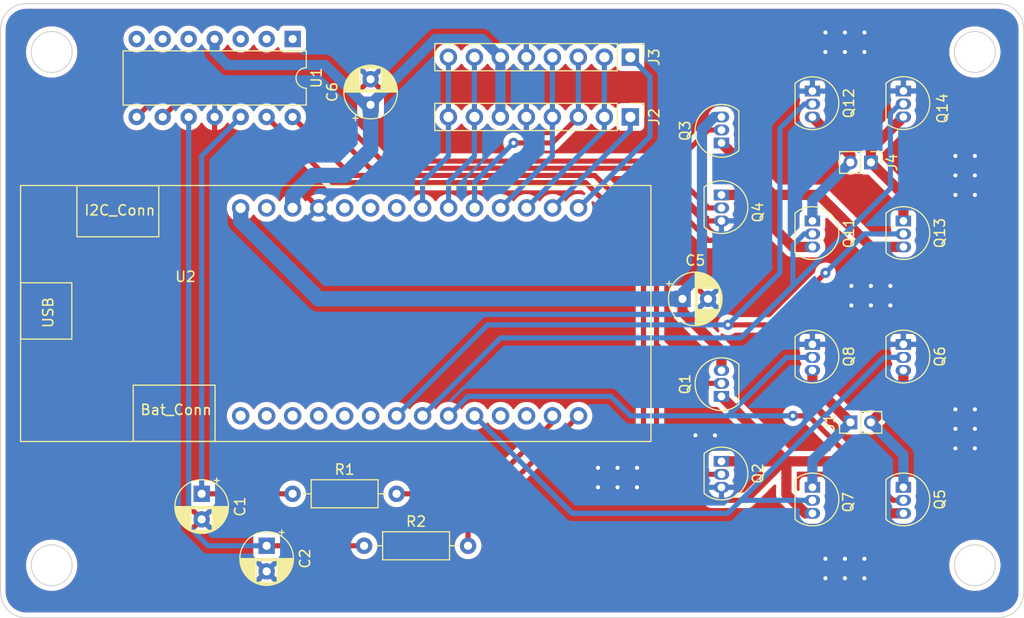
<source format=kicad_pcb>
(kicad_pcb (version 20211014) (generator pcbnew)
  (layers (0 "F.Cu" signal) (31 "B.Cu" signal) (34 "B.Paste" user) (35 "F.Paste" user) (36 "B.SilkS" user "B.Silkscreen") (37 "F.SilkS" user "F.Silkscreen") (38 "B.Mask" user) (39 "F.Mask" user) (44 "Edge.Cuts" user))
  (net 0 "")
  (net 1 "Net-(C1-Pad1)")
  (net 2 "GND")
  (net 3 "Net-(C2-Pad1)")
  (net 4 "+5V")
  (net 5 "+3V3")
  (net 6 "Net-(J1-Pad1)")
  (net 7 "Net-(J1-Pad2)")
  (net 8 "/CS1")
  (net 9 "/COPI")
  (net 10 "/CIPO")
  (net 11 "/SCK")
  (net 12 "/SDA")
  (net 13 "/SCL")
  (net 14 "/CS2")
  (net 15 "Net-(J4-Pad1)")
  (net 16 "Net-(J4-Pad2)")
  (net 17 "/MOTOR_L_AMP_VIN-")
  (net 18 "/MOTOR_L_AMP_OUT")
  (net 19 "/MOTOR_R_AMP_VIN-")
  (net 20 "/MOTOR_R_AMP_OUT")
  (net 21 "/MOTOR_L_+")
  (net 22 "/MOTOR_L_-")
  (net 23 "/MOTOR_R_+")
  (net 24 "/MOTOR_R_-")
  (net 25 "Net-(R1-Pad2)")
  (net 26 "Net-(R2-Pad2)")
  (footprint "Package_TO_SOT_THT:TO-92L_Inline" (layer "F.Cu") (at 168.91 87.63 90)
    (fp_text reference "Q3" (at 1.19 -3.56 90) (layer "F.SilkS"))
    (fp_text value "TN0702N3")
    (pad "1" thru_hole rect (at 0 0 90) (size 1.05 1.5) (drill 0.75) (layers *.Cu *.Mask) (net 19 "/MOTOR_R_AMP_VIN-"))
    (pad "2" thru_hole oval (at 1.27 0 90) (size 1.05 1.5) (drill 0.75) (layers *.Cu *.Mask) (net 20 "/MOTOR_R_AMP_OUT"))
    (pad "3" thru_hole oval (at 2.54 0 90) (size 1.05 1.5) (drill 0.75) (layers *.Cu *.Mask) (net 4 "+5V"))
  )
  (footprint "Package_TO_SOT_THT:TO-92L_Inline" (layer "F.Cu") (at 168.91 118.745 -90)
    (fp_text reference "Q2" (at 1.19 -3.56 90) (layer "F.SilkS"))
    (fp_text value "LP0701N3")
    (pad "1" thru_hole rect (at 0 0 270) (size 1.05 1.5) (drill 0.75) (layers *.Cu *.Mask) (net 17 "/MOTOR_L_AMP_VIN-"))
    (pad "2" thru_hole oval (at 1.27 0 270) (size 1.05 1.5) (drill 0.75) (layers *.Cu *.Mask) (net 18 "/MOTOR_L_AMP_OUT"))
    (pad "3" thru_hole oval (at 2.54 0 270) (size 1.05 1.5) (drill 0.75) (layers *.Cu *.Mask) (net 2 "GND"))
  )
  (footprint "Package_TO_SOT_THT:TO-92L_Inline" (layer "F.Cu") (at 186.69 107.315 -90)
    (fp_text reference "Q6" (at 1.19 -3.56 90) (layer "F.SilkS"))
    (fp_text value "TN0702N3")
    (pad "1" thru_hole rect (at 0 0 270) (size 1.05 1.5) (drill 0.75) (layers *.Cu *.Mask) (net 2 "GND"))
    (pad "2" thru_hole oval (at 1.27 0 270) (size 1.05 1.5) (drill 0.75) (layers *.Cu *.Mask) (net 22 "/MOTOR_L_-"))
    (pad "3" thru_hole oval (at 2.54 0 270) (size 1.05 1.5) (drill 0.75) (layers *.Cu *.Mask) (net 7 "Net-(J1-Pad2)"))
  )
  (footprint "Package_TO_SOT_THT:TO-92L_Inline" (layer "F.Cu") (at 168.91 92.71 -90)
    (fp_text reference "Q4" (at 1.698 -3.56 90) (layer "F.SilkS"))
    (fp_text value "LP0701N3")
    (pad "1" thru_hole rect (at 0 0 270) (size 1.05 1.5) (drill 0.75) (layers *.Cu *.Mask) (net 19 "/MOTOR_R_AMP_VIN-"))
    (pad "2" thru_hole oval (at 1.27 0 270) (size 1.05 1.5) (drill 0.75) (layers *.Cu *.Mask) (net 20 "/MOTOR_R_AMP_OUT"))
    (pad "3" thru_hole oval (at 2.54 0 270) (size 1.05 1.5) (drill 0.75) (layers *.Cu *.Mask) (net 2 "GND"))
  )
  (footprint "Resistor_THT:R_Axial_DIN0207_L6.3mm_D2.5mm_P10.16mm_Horizontal" (layer "F.Cu") (at 133.985 127)
    (fp_text reference "R2" (at 5.08 -2.37) (layer "F.SilkS"))
    (fp_text value "1.5k")
    (pad "1" thru_hole circle (at 0 0) (size 1.6 1.6) (drill 0.8) (layers *.Cu *.Mask) (net 3 "Net-(C2-Pad1)"))
    (pad "2" thru_hole oval (at 10.16 0) (size 1.6 1.6) (drill 0.8) (layers *.Cu *.Mask) (net 26 "Net-(R2-Pad2)"))
  )
  (footprint "Resistor_THT:R_Axial_DIN0207_L6.3mm_D2.5mm_P10.16mm_Horizontal" (layer "F.Cu") (at 127 121.92)
    (fp_text reference "R1" (at 5.08 -2.37) (layer "F.SilkS"))
    (fp_text value "1.5k")
    (pad "1" thru_hole circle (at 0 0) (size 1.6 1.6) (drill 0.8) (layers *.Cu *.Mask) (net 1 "Net-(C1-Pad1)"))
    (pad "2" thru_hole oval (at 10.16 0) (size 1.6 1.6) (drill 0.8) (layers *.Cu *.Mask) (net 25 "Net-(R1-Pad2)"))
  )
  (footprint "Package_TO_SOT_THT:TO-92L_Inline" (layer "F.Cu") (at 186.69 121.285 -90)
    (fp_text reference "Q5" (at 1.19 -3.56 90) (layer "F.SilkS"))
    (fp_text value "TN0702N3")
    (pad "1" thru_hole rect (at 0 0 270) (size 1.05 1.5) (drill 0.75) (layers *.Cu *.Mask) (net 7 "Net-(J1-Pad2)"))
    (pad "2" thru_hole oval (at 1.27 0 270) (size 1.05 1.5) (drill 0.75) (layers *.Cu *.Mask) (net 21 "/MOTOR_L_+"))
    (pad "3" thru_hole oval (at 2.54 0 270) (size 1.05 1.5) (drill 0.75) (layers *.Cu *.Mask) (net 17 "/MOTOR_L_AMP_VIN-"))
  )
  (footprint "Connector_PinHeader_2.54mm:PinHeader_1x08_P2.54mm_Vertical" (layer "F.Cu") (at 160.005 85.09 -90)
    (fp_text reference "J2" (at 0 -2.33 90) (layer "F.SilkS"))
    (fp_text value "Arducam_Connector1")
    (pad "1" thru_hole rect (at 0 0 270) (size 1.7 1.7) (drill 1) (layers *.Cu *.Mask) (net 8 "/CS1"))
    (pad "2" thru_hole oval (at 0 2.54 270) (size 1.7 1.7) (drill 1) (layers *.Cu *.Mask) (net 9 "/COPI"))
    (pad "3" thru_hole oval (at 0 5.08 270) (size 1.7 1.7) (drill 1) (layers *.Cu *.Mask) (net 10 "/CIPO"))
    (pad "4" thru_hole oval (at 0 7.62 270) (size 1.7 1.7) (drill 1) (layers *.Cu *.Mask) (net 11 "/SCK"))
    (pad "5" thru_hole oval (at 0 10.16 270) (size 1.7 1.7) (drill 1) (layers *.Cu *.Mask) (net 2 "GND"))
    (pad "6" thru_hole oval (at 0 12.7 270) (size 1.7 1.7) (drill 1) (layers *.Cu *.Mask) (net 5 "+3V3"))
    (pad "7" thru_hole oval (at 0 15.24 270) (size 1.7 1.7) (drill 1) (layers *.Cu *.Mask) (net 12 "/SDA"))
    (pad "8" thru_hole oval (at 0 17.78 270) (size 1.7 1.7) (drill 1) (layers *.Cu *.Mask) (net 13 "/SCL"))
  )
  (footprint "Package_TO_SOT_THT:TO-92L_Inline" (layer "F.Cu") (at 186.69 95.25 -90)
    (fp_text reference "Q13" (at 1.19 -3.56 90) (layer "F.SilkS"))
    (fp_text value "TN0702N3")
    (pad "1" thru_hole rect (at 0 0 270) (size 1.05 1.5) (drill 0.75) (layers *.Cu *.Mask) (net 15 "Net-(J4-Pad1)"))
    (pad "2" thru_hole oval (at 1.27 0 270) (size 1.05 1.5) (drill 0.75) (layers *.Cu *.Mask) (net 24 "/MOTOR_R_-"))
    (pad "3" thru_hole oval (at 2.54 0 270) (size 1.05 1.5) (drill 0.75) (layers *.Cu *.Mask) (net 19 "/MOTOR_R_AMP_VIN-"))
  )
  (footprint "Capacitor_THT:CP_Radial_D5.0mm_P2.50mm" (layer "F.Cu") (at 134.62 83.905113 90)
    (fp_text reference "C6" (at 1.25 -3.75 90) (layer "F.SilkS"))
    (fp_text value "10u")
    (pad "1" thru_hole rect (at 0 0 90) (size 1.6 1.6) (drill 0.8) (layers *.Cu *.Mask) (net 5 "+3V3"))
    (pad "2" thru_hole circle (at 2.5 0 90) (size 1.6 1.6) (drill 0.8) (layers *.Cu *.Mask) (net 2 "GND"))
  )
  (footprint "Package_TO_SOT_THT:TO-92L_Inline" (layer "F.Cu") (at 177.8 95.25 -90)
    (fp_text reference "Q11" (at 1.19 -3.56 90) (layer "F.SilkS"))
    (fp_text value "TN0702N3")
    (pad "1" thru_hole rect (at 0 0 270) (size 1.05 1.5) (drill 0.75) (layers *.Cu *.Mask) (net 16 "Net-(J4-Pad2)"))
    (pad "2" thru_hole oval (at 1.27 0 270) (size 1.05 1.5) (drill 0.75) (layers *.Cu *.Mask) (net 23 "/MOTOR_R_+"))
    (pad "3" thru_hole oval (at 2.54 0 270) (size 1.05 1.5) (drill 0.75) (layers *.Cu *.Mask) (net 19 "/MOTOR_R_AMP_VIN-"))
  )
  (footprint "Capacitor_THT:CP_Radial_D5.0mm_P2.50mm" (layer "F.Cu") (at 124.46 127 -90)
    (fp_text reference "C2" (at 1.25 -3.75 90) (layer "F.SilkS"))
    (fp_text value "10u")
    (pad "1" thru_hole rect (at 0 0 270) (size 1.6 1.6) (drill 0.8) (layers *.Cu *.Mask) (net 3 "Net-(C2-Pad1)"))
    (pad "2" thru_hole circle (at 2.5 0 270) (size 1.6 1.6) (drill 0.8) (layers *.Cu *.Mask) (net 2 "GND"))
  )
  (footprint "Package_TO_SOT_THT:TO-92L_Inline" (layer "F.Cu") (at 177.8 82.5605 -90)
    (fp_text reference "Q12" (at 1.19 -3.56 90) (layer "F.SilkS"))
    (fp_text value "TN0702N3")
    (pad "1" thru_hole rect (at 0 0 270) (size 1.05 1.5) (drill 0.75) (layers *.Cu *.Mask) (net 2 "GND"))
    (pad "2" thru_hole oval (at 1.27 0 270) (size 1.05 1.5) (drill 0.75) (layers *.Cu *.Mask) (net 24 "/MOTOR_R_-"))
    (pad "3" thru_hole oval (at 2.54 0 270) (size 1.05 1.5) (drill 0.75) (layers *.Cu *.Mask) (net 16 "Net-(J4-Pad2)"))
  )
  (footprint "Package_TO_SOT_THT:TO-92L_Inline" (layer "F.Cu") (at 177.8 107.315 -90)
    (fp_text reference "Q8" (at 1.19 -3.56 90) (layer "F.SilkS"))
    (fp_text value "TN0702N3")
    (pad "1" thru_hole rect (at 0 0 270) (size 1.05 1.5) (drill 0.75) (layers *.Cu *.Mask) (net 2 "GND"))
    (pad "2" thru_hole oval (at 1.27 0 270) (size 1.05 1.5) (drill 0.75) (layers *.Cu *.Mask) (net 21 "/MOTOR_L_+"))
    (pad "3" thru_hole oval (at 2.54 0 270) (size 1.05 1.5) (drill 0.75) (layers *.Cu *.Mask) (net 6 "Net-(J1-Pad1)"))
  )
  (footprint "Package_TO_SOT_THT:TO-92L_Inline" (layer "F.Cu") (at 168.91 112.395 90)
    (fp_text reference "Q1" (at 1.19 -3.56 90) (layer "F.SilkS"))
    (fp_text value "TN0702N3")
    (pad "1" thru_hole rect (at 0 0 90) (size 1.05 1.5) (drill 0.75) (layers *.Cu *.Mask) (net 17 "/MOTOR_L_AMP_VIN-"))
    (pad "2" thru_hole oval (at 1.27 0 90) (size 1.05 1.5) (drill 0.75) (layers *.Cu *.Mask) (net 18 "/MOTOR_L_AMP_OUT"))
    (pad "3" thru_hole oval (at 2.54 0 90) (size 1.05 1.5) (drill 0.75) (layers *.Cu *.Mask) (net 4 "+5V"))
  )
  (footprint "Connector_PinHeader_2.00mm:PinHeader_1x02_P2.00mm_Vertical" (layer "F.Cu") (at 181.515 114.935 90)
    (fp_text reference "J1" (at 0 -2.06 90) (layer "F.SilkS"))
    (fp_text value "MOTOR_L")
    (pad "1" thru_hole rect (at 0 0 90) (size 1.35 1.35) (drill 0.8) (layers *.Cu *.Mask) (net 6 "Net-(J1-Pad1)"))
    (pad "2" thru_hole oval (at 0 2 90) (size 1.35 1.35) (drill 0.8) (layers *.Cu *.Mask) (net 7 "Net-(J1-Pad2)"))
  )
  (footprint "Connector_PinHeader_2.54mm:PinHeader_1x08_P2.54mm_Vertical" (layer "F.Cu") (at 160.005 79.248 -90)
    (fp_text reference "J3" (at 0 -2.33 90) (layer "F.SilkS"))
    (fp_text value "Arducam_Connector2")
    (pad "1" thru_hole rect (at 0 0 270) (size 1.7 1.7) (drill 1) (layers *.Cu *.Mask) (net 14 "/CS2"))
    (pad "2" thru_hole oval (at 0 2.54 270) (size 1.7 1.7) (drill 1) (layers *.Cu *.Mask) (net 9 "/COPI"))
    (pad "3" thru_hole oval (at 0 5.08 270) (size 1.7 1.7) (drill 1) (layers *.Cu *.Mask) (net 10 "/CIPO"))
    (pad "4" thru_hole oval (at 0 7.62 270) (size 1.7 1.7) (drill 1) (layers *.Cu *.Mask) (net 11 "/SCK"))
    (pad "5" thru_hole oval (at 0 10.16 270) (size 1.7 1.7) (drill 1) (layers *.Cu *.Mask) (net 2 "GND"))
    (pad "6" thru_hole oval (at 0 12.7 270) (size 1.7 1.7) (drill 1) (layers *.Cu *.Mask) (net 5 "+3V3"))
    (pad "7" thru_hole oval (at 0 15.24 270) (size 1.7 1.7) (drill 1) (layers *.Cu *.Mask) (net 12 "/SDA"))
    (pad "8" thru_hole oval (at 0 17.78 270) (size 1.7 1.7) (drill 1) (layers *.Cu *.Mask) (net 13 "/SCL"))
  )
  (footprint "Package_TO_SOT_THT:TO-92L_Inline" (layer "F.Cu") (at 177.8 121.285 -90)
    (fp_text reference "Q7" (at 1.454 -3.498 90) (layer "F.SilkS"))
    (fp_text value "TN0702N3")
    (pad "1" thru_hole rect (at 0 0 270) (size 1.05 1.5) (drill 0.75) (layers *.Cu *.Mask) (net 6 "Net-(J1-Pad1)"))
    (pad "2" thru_hole oval (at 1.27 0 270) (size 1.05 1.5) (drill 0.75) (layers *.Cu *.Mask) (net 22 "/MOTOR_L_-"))
    (pad "3" thru_hole oval (at 2.54 0 270) (size 1.05 1.5) (drill 0.75) (layers *.Cu *.Mask) (net 17 "/MOTOR_L_AMP_VIN-"))
  )
  (footprint "Connector_PinHeader_2.00mm:PinHeader_1x02_P2.00mm_Vertical" (layer "F.Cu") (at 183.515 89.535 -90)
    (fp_text reference "J4" (at 0 -2.06 90) (layer "F.SilkS"))
    (fp_text value "MOTOR_R")
    (pad "1" thru_hole rect (at 0 0 270) (size 1.35 1.35) (drill 0.8) (layers *.Cu *.Mask) (net 15 "Net-(J4-Pad1)"))
    (pad "2" thru_hole oval (at 0 2 270) (size 1.35 1.35) (drill 0.8) (layers *.Cu *.Mask) (net 16 "Net-(J4-Pad2)"))
  )
  (footprint "Package_DIP:DIP-14_W7.62mm" (layer "F.Cu") (at 127 77.47 -90)
    (fp_text reference "U1" (at 3.81 -2.33 90) (layer "F.SilkS"))
    (fp_text value "TLV2764")
    (pad "1" thru_hole rect (at 0 0 270) (size 1.6 1.6) (drill 0.8) (layers *.Cu *.Mask))
    (pad "2" thru_hole oval (at 0 2.54 270) (size 1.6 1.6) (drill 0.8) (layers *.Cu *.Mask))
    (pad "3" thru_hole oval (at 0 5.08 270) (size 1.6 1.6) (drill 0.8) (layers *.Cu *.Mask))
    (pad "4" thru_hole oval (at 0 7.62 270) (size 1.6 1.6) (drill 0.8) (layers *.Cu *.Mask) (net 5 "+3V3"))
    (pad "5" thru_hole oval (at 0 10.16 270) (size 1.6 1.6) (drill 0.8) (layers *.Cu *.Mask))
    (pad "6" thru_hole oval (at 0 12.7 270) (size 1.6 1.6) (drill 0.8) (layers *.Cu *.Mask))
    (pad "7" thru_hole oval (at 0 15.24 270) (size 1.6 1.6) (drill 0.8) (layers *.Cu *.Mask))
    (pad "8" thru_hole oval (at 7.62 15.24 270) (size 1.6 1.6) (drill 0.8) (layers *.Cu *.Mask) (net 20 "/MOTOR_R_AMP_OUT"))
    (pad "9" thru_hole oval (at 7.62 12.7 270) (size 1.6 1.6) (drill 0.8) (layers *.Cu *.Mask) (net 19 "/MOTOR_R_AMP_VIN-"))
    (pad "10" thru_hole oval (at 7.62 10.16 270) (size 1.6 1.6) (drill 0.8) (layers *.Cu *.Mask) (net 3 "Net-(C2-Pad1)"))
    (pad "11" thru_hole oval (at 7.62 7.62 270) (size 1.6 1.6) (drill 0.8) (layers *.Cu *.Mask) (net 2 "GND"))
    (pad "12" thru_hole oval (at 7.62 5.08 270) (size 1.6 1.6) (drill 0.8) (layers *.Cu *.Mask) (net 1 "Net-(C1-Pad1)"))
    (pad "13" thru_hole oval (at 7.62 2.54 270) (size 1.6 1.6) (drill 0.8) (layers *.Cu *.Mask) (net 17 "/MOTOR_L_AMP_VIN-"))
    (pad "14" thru_hole oval (at 7.62 0 270) (size 1.6 1.6) (drill 0.8) (layers *.Cu *.Mask) (net 18 "/MOTOR_L_AMP_OUT"))
  )
  (footprint "Capacitor_THT:CP_Radial_D5.0mm_P2.50mm" (layer "F.Cu") (at 165.1 102.87)
    (fp_text reference "C5" (at 1.25 -3.75) (layer "F.SilkS"))
    (fp_text value "10u")
    (pad "1" thru_hole rect (at 0 0) (size 1.6 1.6) (drill 0.8) (layers *.Cu *.Mask) (net 4 "+5V"))
    (pad "2" thru_hole circle (at 2.5 0) (size 1.6 1.6) (drill 0.8) (layers *.Cu *.Mask) (net 2 "GND"))
  )
  (footprint "Arduino_Shields:Arduino_MKR_1010" (layer "F.Cu") (at 121.92 114.3)
    (fp_text reference "U2" (at -5.388 -13.6 unlocked) (layer "F.SilkS"))
    (fp_text value "Arduino_MKR_WiFi_1010")
    (fp_text user "USB" (at -18.812 -10.088 90 unlocked) (layer "F.SilkS"))
    (fp_text user "Bat_Conn" (at -6.312 -0.588 unlocked) (layer "F.SilkS"))
    (fp_text user "I2C_Conn" (at -11.812 -20.088 unlocked) (layer "F.SilkS"))
    (pad "+3.3V" thru_hole circle (at 5.08 -20.32) (size 1.7 1.7) (drill 1) (layers *.Cu *.Mask) (net 5 "+3V3"))
    (pad "+5V" thru_hole circle (at 0 -20.32) (size 1.7 1.7) (drill 1) (layers *.Cu *.Mask) (net 4 "+5V"))
    (pad "0" thru_hole circle (at 20.32 0) (size 1.7 1.7) (drill 1) (layers *.Cu *.Mask) (net 21 "/MOTOR_L_+"))
    (pad "1" thru_hole circle (at 22.86 0) (size 1.7 1.7) (drill 1) (layers *.Cu *.Mask) (net 22 "/MOTOR_L_-"))
    (pad "2" thru_hole circle (at 25.4 0) (size 1.7 1.7) (drill 1) (layers *.Cu *.Mask))
    (pad "3" thru_hole circle (at 27.94 0) (size 1.7 1.7) (drill 1) (layers *.Cu *.Mask))
    (pad "4" thru_hole circle (at 30.48 0) (size 1.7 1.7) (drill 1) (layers *.Cu *.Mask) (net 25 "Net-(R1-Pad2)"))
    (pad "5" thru_hole circle (at 33.02 0) (size 1.7 1.7) (drill 1) (layers *.Cu *.Mask) (net 26 "Net-(R2-Pad2)"))
    (pad "6" thru_hole circle (at 33.02 -20.32) (size 1.7 1.7) (drill 1) (layers *.Cu *.Mask) (net 14 "/CS2"))
    (pad "7" thru_hole circle (at 30.48 -20.32) (size 1.7 1.7) (drill 1) (layers *.Cu *.Mask) (net 8 "/CS1"))
    (pad "8" thru_hole circle (at 27.94 -20.32) (size 1.7 1.7) (drill 1) (layers *.Cu *.Mask) (net 9 "/COPI"))
    (pad "9" thru_hole circle (at 25.4 -20.32) (size 1.7 1.7) (drill 1) (layers *.Cu *.Mask) (net 11 "/SCK"))
    (pad "10" thru_hole circle (at 22.86 -20.32) (size 1.7 1.7) (drill 1) (layers *.Cu *.Mask) (net 10 "/CIPO"))
    (pad "11" thru_hole circle (at 20.32 -20.32) (size 1.7 1.7) (drill 1) (layers *.Cu *.Mask) (net 12 "/SDA"))
    (pad "12" thru_hole circle (at 17.78 -20.32) (size 1.7 1.7) (drill 1) (layers *.Cu *.Mask) (net 13 "/SCL"))
    (pad "13" thru_hole circle (at 15.24 -20.32) (size 1.7 1.7) (drill 1) (layers *.Cu *.Mask))
    (pad "14" thru_hole circle (at 12.7 -20.32) (size 1.7 1.7) (drill 1) (layers *.Cu *.Mask))
    (pad "15" thru_hole circle (at 2.54 0) (size 1.7 1.7) (drill 1) (layers *.Cu *.Mask))
    (pad "16" thru_hole circle (at 5.08 0) (size 1.7 1.7) (drill 1) (layers *.Cu *.Mask))
    (pad "17" thru_hole circle (at 7.62 0) (size 1.7 1.7) (drill 1) (layers *.Cu *.Mask))
    (pad "18" thru_hole circle (at 10.16 0) (size 1.7 1.7) (drill 1) (layers *.Cu *.Mask))
    (pad "19" thru_hole circle (at 12.7 0) (size 1.7 1.7) (drill 1) (layers *.Cu *.Mask))
    (pad "20" thru_hole circle (at 15.24 0) (size 1.7 1.7) (drill 1) (layers *.Cu *.Mask) (net 24 "/MOTOR_R_-"))
    (pad "21" thru_hole circle (at 17.78 0) (size 1.7 1.7) (drill 1) (layers *.Cu *.Mask) (net 23 "/MOTOR_R_+"))
    (pad "AREF" thru_hole circle (at 0 0) (size 1.7 1.7) (drill 1) (layers *.Cu *.Mask))
    (pad "GND" thru_hole circle (at 7.62 -20.32) (size 1.7 1.7) (drill 1) (layers *.Cu *.Mask) (net 2 "GND"))
    (pad "RES" thru_hole circle (at 10.16 -20.32) (size 1.7 1.7) (drill 1) (layers *.Cu *.Mask))
    (pad "V_IN" thru_hole circle (at 2.54 -20.32) (size 1.7 1.7) (drill 1) (layers *.Cu *.Mask))
  )
  (footprint "Package_TO_SOT_THT:TO-92L_Inline" (layer "F.Cu") (at 186.69 82.55 -90)
    (fp_text reference "Q14" (at 1.698 -3.814 90) (layer "F.SilkS"))
    (fp_text value "TN0702N3")
    (pad "1" thru_hole rect (at 0 0 270) (size 1.05 1.5) (drill 0.75) (layers *.Cu *.Mask) (net 2 "GND"))
    (pad "2" thru_hole oval (at 1.27 0 270) (size 1.05 1.5) (drill 0.75) (layers *.Cu *.Mask) (net 23 "/MOTOR_R_+"))
    (pad "3" thru_hole oval (at 2.54 0 270) (size 1.05 1.5) (drill 0.75) (layers *.Cu *.Mask) (net 15 "Net-(J4-Pad1)"))
  )
  (footprint "Capacitor_THT:CP_Radial_D5.0mm_P2.50mm" (layer "F.Cu") (at 118.11 121.92 -90)
    (fp_text reference "C1" (at 1.25 -3.75 90) (layer "F.SilkS"))
    (fp_text value "10u")
    (pad "1" thru_hole rect (at 0 0 270) (size 1.6 1.6) (drill 0.8) (layers *.Cu *.Mask) (net 1 "Net-(C1-Pad1)"))
    (pad "2" thru_hole circle (at 2.5 0 270) (size 1.6 1.6) (drill 0.8) (layers *.Cu *.Mask) (net 2 "GND"))
  )
  (gr_arc (start 98.451 76.516) (mid 99.183233 74.748233) (end 100.951 74.016) (layer "Edge.Cuts") (width 0.1))
  (gr_line (start 198.451 76.516) (end 198.451 131.516) (layer "Edge.Cuts") (width 0.1))
  (gr_arc (start 195.951 74.016) (mid 197.718767 74.748233) (end 198.451 76.516) (layer "Edge.Cuts") (width 0.1))
  (gr_arc (start 198.451 131.516) (mid 197.718767 133.283767) (end 195.951 134.016) (layer "Edge.Cuts") (width 0.1))
  (gr_circle (center 103.451 78.74) (end 105.451 78.74) (layer "Edge.Cuts") (width 0.1) (fill none))
  (gr_circle (center 193.675 78.74) (end 195.675 78.74) (layer "Edge.Cuts") (width 0.1) (fill none))
  (gr_line (start 98.451 131.516) (end 98.451 76.516) (layer "Edge.Cuts") (width 0.1))
  (gr_circle (center 193.675 128.905) (end 195.675 128.905) (layer "Edge.Cuts") (width 0.1) (fill none))
  (gr_line (start 100.951 74.016) (end 195.951 74.016) (layer "Edge.Cuts") (width 0.1))
  (gr_arc (start 100.951 134.016) (mid 99.183233 133.283767) (end 98.451 131.516) (layer "Edge.Cuts") (width 0.1))
  (gr_circle (center 103.451 128.905) (end 105.451 128.905) (layer "Edge.Cuts") (width 0.1) (fill none))
  (gr_line (start 195.951 134.016) (end 100.951 134.016) (layer "Edge.Cuts") (width 0.1))
  (segment (start 127 121.92) (end 118.11 121.92) (width 0.5) (layer "F.Cu") (net 1))
  (segment (start 118.11 121.92) (end 118.11 88.9) (width 0.5) (layer "B.Cu") (net 1))
  (segment (start 118.11 88.9) (end 121.92 85.09) (width 0.5) (layer "B.Cu") (net 1))
  (via (at 181.61 103.505) (size 1) (drill 0.4) (layers "F.Cu" "B.Cu") (net 2))
  (via (at 179.07 78.74) (size 1) (drill 0.4) (layers "F.Cu" "B.Cu") (net 2))
  (via (at 185.42 103.505) (size 1) (drill 0.4) (layers "F.Cu" "B.Cu") (net 2))
  (via (at 179.07 130.175) (size 1) (drill 0.4) (layers "F.Cu" "B.Cu") (net 2))
  (via (at 182.88 130.175) (size 1) (drill 0.4) (layers "F.Cu" "B.Cu") (net 2))
  (via (at 180.975 78.74) (size 1) (drill 0.4) (layers "F.Cu" "B.Cu") (net 2))
  (via (at 160.655 121.285) (size 1) (drill 0.4) (layers "F.Cu" "B.Cu") (net 2))
  (via (at 156.845 121.285) (size 1) (drill 0.4) (layers "F.Cu" "B.Cu") (net 2))
  (via (at 193.675 90.805) (size 1) (drill 0.4) (layers "F.Cu" "B.Cu") (net 2))
  (via (at 168.275 116.205) (size 1) (drill 0.4) (layers "F.Cu" "B.Cu") (net 2))
  (via (at 193.675 113.665) (size 1) (drill 0.4) (layers "F.Cu" "B.Cu") (net 2))
  (via (at 191.77 115.57) (size 1) (drill 0.4) (layers "F.Cu" "B.Cu") (net 2))
  (via (at 193.675 88.9) (size 1) (drill 0.4) (layers "F.Cu" "B.Cu") (net 2))
  (via (at 191.77 90.805) (size 1) (drill 0.4) (layers "F.Cu" "B.Cu") (net 2))
  (via (at 191.77 113.665) (size 1) (drill 0.4) (layers "F.Cu" "B.Cu") (net 2))
  (via (at 193.675 92.71) (size 1) (drill 0.4) (layers "F.Cu" "B.Cu") (net 2))
  (via (at 191.77 88.9) (size 1) (drill 0.4) (layers "F.Cu" "B.Cu") (net 2))
  (via (at 180.975 130.175) (size 1) (drill 0.4) (layers "F.Cu" "B.Cu") (net 2))
  (via (at 182.88 128.27) (size 1) (drill 0.4) (layers "F.Cu" "B.Cu") (net 2))
  (via (at 182.88 76.835) (size 1) (drill 0.4) (layers "F.Cu" "B.Cu") (net 2))
  (via (at 191.77 117.475) (size 1) (drill 0.4) (layers "F.Cu" "B.Cu") (net 2))
  (via (at 182.88 78.74) (size 1) (drill 0.4) (layers "F.Cu" "B.Cu") (net 2))
  (via (at 166.37 116.205) (size 1) (drill 0.4) (layers "F.Cu" "B.Cu") (net 2))
  (via (at 193.675 117.475) (size 1) (drill 0.4) (layers "F.Cu" "B.Cu") (net 2))
  (via (at 191.77 92.71) (size 1) (drill 0.4) (layers "F.Cu" "B.Cu") (net 2))
  (via (at 160.655 119.38) (size 1) (drill 0.4) (layers "F.Cu" "B.Cu") (net 2))
  (via (at 158.75 121.285) (size 1) (drill 0.4) (layers "F.Cu" "B.Cu") (net 2))
  (via (at 179.07 128.27) (size 1) (drill 0.4) (layers "F.Cu" "B.Cu") (net 2))
  (via (at 180.975 76.835) (size 1) (drill 0.4) (layers "F.Cu" "B.Cu") (net 2))
  (via (at 183.515 101.6) (size 1) (drill 0.4) (layers "F.Cu" "B.Cu") (net 2))
  (via (at 158.75 119.38) (size 1) (drill 0.4) (layers "F.Cu" "B.Cu") (net 2))
  (via (at 180.975 128.27) (size 1) (drill 0.4) (layers "F.Cu" "B.Cu") (net 2))
  (via (at 181.61 101.6) (size 1) (drill 0.4) (layers "F.Cu" "B.Cu") (net 2))
  (via (at 183.515 103.505) (size 1) (drill 0.4) (layers "F.Cu" "B.Cu") (net 2))
  (via (at 185.42 101.6) (size 1) (drill 0.4) (layers "F.Cu" "B.Cu") (net 2))
  (via (at 193.675 115.57) (size 1) (drill 0.4) (layers "F.Cu" "B.Cu") (net 2))
  (via (at 179.07 76.835) (size 1) (drill 0.4) (layers "F.Cu" "B.Cu") (net 2))
  (via (at 156.845 119.38) (size 1) (drill 0.4) (layers "F.Cu" "B.Cu") (net 2))
  (segment (start 124.46 127) (end 133.985 127) (width 0.5) (layer "F.Cu") (net 3))
  (segment (start 116.84 125.095) (end 118.745 127) (width 0.5) (layer "B.Cu") (net 3))
  (segment (start 118.745 127) (end 124.46 127) (width 0.5) (layer "B.Cu") (net 3))
  (segment (start 116.84 85.09) (end 116.84 125.095) (width 0.5) (layer "B.Cu") (net 3))
  (segment (start 168.91 107.95) (end 168.91 109.855) (width 1) (layer "F.Cu") (net 4))
  (segment (start 165.1 104.14) (end 168.91 107.95) (width 1) (layer "F.Cu") (net 4))
  (segment (start 165.1 102.87) (end 165.1 104.14) (width 1) (layer "F.Cu") (net 4))
  (segment (start 121.92 93.98) (end 121.92 95.25) (width 1.5) (layer "B.Cu") (net 4))
  (segment (start 168.91 85.09) (end 168.223268 85.09) (width 1) (layer "B.Cu") (net 4))
  (segment (start 167.005 100.33) (end 165.1 102.235) (width 1) (layer "B.Cu") (net 4))
  (segment (start 165.1 102.87) (end 129.54 102.87) (width 1.5) (layer "B.Cu") (net 4))
  (segment (start 165.1 102.235) (end 165.1 102.87) (width 1) (layer "B.Cu") (net 4))
  (segment (start 167.005 86.308268) (end 167.005 100.33) (width 1) (layer "B.Cu") (net 4))
  (segment (start 168.223268 85.09) (end 167.005 86.308268) (width 1) (layer "B.Cu") (net 4))
  (segment (start 121.92 95.25) (end 129.54 102.87) (width 1.5) (layer "B.Cu") (net 4))
  (segment (start 134.070113 83.905113) (end 134.62 83.905113) (width 1) (layer "B.Cu") (net 5))
  (segment (start 134.62 88.265) (end 134.62 83.905113) (width 1.5) (layer "B.Cu") (net 5))
  (segment (start 134.62 83.82) (end 134.62 83.905113) (width 1) (layer "B.Cu") (net 5))
  (segment (start 120.65 80.01) (end 130.175 80.01) (width 1) (layer "B.Cu") (net 5))
  (segment (start 147.305 85.09) (end 147.305 79.248) (width 1) (layer "B.Cu") (net 5))
  (segment (start 128.972919 90.805) (end 132.08 90.805) (width 1.5) (layer "B.Cu") (net 5))
  (segment (start 127 92.777919) (end 128.972919 90.805) (width 1.5) (layer "B.Cu") (net 5))
  (segment (start 119.38 78.74) (end 120.65 80.01) (width 1) (layer "B.Cu") (net 5))
  (segment (start 132.08 90.805) (end 134.62 88.265) (width 1.5) (layer "B.Cu") (net 5))
  (segment (start 119.38 77.47) (end 119.38 78.74) (width 1) (layer "B.Cu") (net 5))
  (segment (start 140.97 77.47) (end 134.62 83.82) (width 1) (layer "B.Cu") (net 5))
  (segment (start 127 93.98) (end 127 92.777919) (width 1.5) (layer "B.Cu") (net 5))
  (segment (start 130.175 80.01) (end 134.070113 83.905113) (width 1) (layer "B.Cu") (net 5))
  (segment (start 145.527 77.47) (end 140.97 77.47) (width 1) (layer "B.Cu") (net 5))
  (segment (start 147.305 79.248) (end 145.527 77.47) (width 1) (layer "B.Cu") (net 5))
  (segment (start 177.8 109.855) (end 177.8 111.22) (width 1) (layer "F.Cu") (net 6))
  (segment (start 177.8 111.22) (end 181.515 114.935) (width 1) (layer "F.Cu") (net 6))
  (segment (start 177.8 121.285) (end 177.8 118.65) (width 1) (layer "B.Cu") (net 6))
  (segment (start 177.8 118.65) (end 181.515 114.935) (width 1) (layer "B.Cu") (net 6))
  (segment (start 186.69 109.855) (end 186.69 111.76) (width 1) (layer "F.Cu") (net 7))
  (segment (start 186.69 111.76) (end 183.515 114.935) (width 1) (layer "F.Cu") (net 7))
  (segment (start 186.69 118.11) (end 183.515 114.935) (width 1) (layer "B.Cu") (net 7))
  (segment (start 186.69 121.285) (end 186.69 118.11) (width 1) (layer "B.Cu") (net 7))
  (segment (start 152.4 93.98) (end 160.005 86.375) (width 0.5) (layer "B.Cu") (net 8))
  (segment (start 160.005 86.375) (end 160.005 85.09) (width 0.5) (layer "B.Cu") (net 8))
  (segment (start 149.86 93.98) (end 157.465 86.375) (width 0.5) (layer "B.Cu") (net 9))
  (segment (start 157.465 85.09) (end 157.465 79.248) (width 0.5) (layer "B.Cu") (net 9))
  (segment (start 157.465 86.375) (end 157.465 85.09) (width 0.5) (layer "B.Cu") (net 9))
  (segment (start 148.59 87.63) (end 152.385 87.63) (width 0.5) (layer "F.Cu") (net 10))
  (segment (start 152.385 87.63) (end 154.925 85.09) (width 0.5) (layer "F.Cu") (net 10))
  (via (at 148.59 87.63) (size 1) (drill 0.4) (layers "F.Cu" "B.Cu") (net 10))
  (segment (start 144.78 91.44) (end 148.59 87.63) (width 0.5) (layer "B.Cu") (net 10))
  (segment (start 144.78 93.98) (end 144.78 91.44) (width 0.5) (layer "B.Cu") (net 10))
  (segment (start 154.925 79.248) (end 154.925 85.09) (width 0.5) (layer "B.Cu") (net 10))
  (segment (start 152.385 88.915) (end 152.385 85.09) (width 0.5) (layer "B.Cu") (net 11))
  (segment (start 147.32 93.98) (end 152.385 88.915) (width 0.5) (layer "B.Cu") (net 11))
  (segment (start 152.385 85.09) (end 152.385 79.248) (width 0.5) (layer "B.Cu") (net 11))
  (segment (start 144.765 85.09) (end 144.765 79.248) (width 0.5) (layer "B.Cu") (net 12))
  (segment (start 144.78 88.9) (end 144.765 88.885) (width 0.5) (layer "B.Cu") (net 12))
  (segment (start 142.24 93.98) (end 142.24 91.44) (width 0.5) (layer "B.Cu") (net 12))
  (segment (start 142.24 91.44) (end 144.78 88.9) (width 0.5) (layer "B.Cu") (net 12))
  (segment (start 144.765 88.885) (end 144.765 85.09) (width 0.5) (layer "B.Cu") (net 12))
  (segment (start 139.7 91.44) (end 142.24 88.9) (width 0.5) (layer "B.Cu") (net 13))
  (segment (start 142.225 85.09) (end 142.225 79.248) (width 0.5) (layer "B.Cu") (net 13))
  (segment (start 142.225 88.885) (end 142.225 85.09) (width 0.5) (layer "B.Cu") (net 13))
  (segment (start 139.7 93.98) (end 139.7 91.44) (width 0.5) (layer "B.Cu") (net 13))
  (segment (start 142.24 88.9) (end 142.225 88.885) (width 0.5) (layer "B.Cu") (net 13))
  (segment (start 161.925 81.168) (end 160.005 79.248) (width 0.5) (layer "B.Cu") (net 14))
  (segment (start 161.925 86.995) (end 161.925 81.168) (width 0.5) (layer "B.Cu") (net 14))
  (segment (start 154.94 93.98) (end 161.925 86.995) (width 0.5) (layer "B.Cu") (net 14))
  (segment (start 183.515 89.535) (end 183.515 88.265) (width 1) (layer "F.Cu") (net 15))
  (segment (start 186.69 95.25) (end 186.69 92.71) (width 1) (layer "F.Cu") (net 15))
  (segment (start 186.69 92.71) (end 183.515 89.535) (width 1) (layer "F.Cu") (net 15))
  (segment (start 183.515 88.265) (end 186.69 85.09) (width 1) (layer "F.Cu") (net 15))
  (segment (start 181.515 88.8155) (end 177.8 85.1005) (width 1) (layer "F.Cu") (net 16))
  (segment (start 181.515 89.535) (end 181.515 88.8155) (width 1) (layer "F.Cu") (net 16))
  (segment (start 177.8 95.25) (end 177.8 93.25) (width 1) (layer "B.Cu") (net 16))
  (segment (start 177.8 93.25) (end 181.515 89.535) (width 1) (layer "B.Cu") (net 16))
  (segment (start 155.63952 91.50452) (end 161.29 97.155) (width 0.5) (layer "F.Cu") (net 17))
  (segment (start 179.705 118.745) (end 184.785 123.825) (width 1) (layer "F.Cu") (net 17))
  (segment (start 168.91 118.745) (end 175.26 118.745) (width 1) (layer "F.Cu") (net 17))
  (segment (start 167.9575 122.555) (end 171.45 122.555) (width 0.5) (layer "F.Cu") (net 17))
  (segment (start 184.785 123.825) (end 186.69 123.825) (width 1) (layer "F.Cu") (net 17))
  (segment (start 171.45 122.555) (end 175.26 118.745) (width 0.5) (layer "F.Cu") (net 17))
  (segment (start 168.91 112.395) (end 175.26 118.745) (width 1) (layer "F.Cu") (net 17))
  (segment (start 175.26 121.971732) (end 177.113268 123.825) (width 1) (layer "F.Cu") (net 17))
  (segment (start 175.26 118.745) (end 175.26 121.971732) (width 1) (layer "F.Cu") (net 17))
  (segment (start 130.87452 91.50452) (end 155.63952 91.50452) (width 0.5) (layer "F.Cu") (net 17))
  (segment (start 175.26 118.745) (end 179.705 118.745) (width 1) (layer "F.Cu") (net 17))
  (segment (start 161.29 97.155) (end 161.29 115.8875) (width 0.5) (layer "F.Cu") (net 17))
  (segment (start 161.29 115.8875) (end 167.9575 122.555) (width 0.5) (layer "F.Cu") (net 17))
  (segment (start 177.113268 123.825) (end 177.8 123.825) (width 1) (layer "F.Cu") (net 17))
  (segment (start 124.46 85.09) (end 130.87452 91.50452) (width 0.5) (layer "F.Cu") (net 17))
  (segment (start 162.56 96.8375) (end 162.56 107.315) (width 0.5) (layer "F.Cu") (net 18))
  (segment (start 127 85.09) (end 132.715 90.805) (width 0.5) (layer "F.Cu") (net 18))
  (segment (start 132.715 90.805) (end 156.5275 90.805) (width 0.5) (layer "F.Cu") (net 18))
  (segment (start 166.37 111.125) (end 162.56 107.315) (width 0.5) (layer "F.Cu") (net 18))
  (segment (start 162.56 107.315) (end 162.56 115.57) (width 0.5) (layer "F.Cu") (net 18))
  (segment (start 168.91 111.125) (end 166.37 111.125) (width 0.5) (layer "F.Cu") (net 18))
  (segment (start 162.56 115.57) (end 167.005 120.015) (width 0.5) (layer "F.Cu") (net 18))
  (segment (start 167.005 120.015) (end 168.91 120.015) (width 0.5) (layer "F.Cu") (net 18))
  (segment (start 156.5275 90.805) (end 162.56 96.8375) (width 0.5) (layer "F.Cu") (net 18))
  (segment (start 114.3 85.09) (end 116.205 83.185) (width 0.5) (layer "F.Cu") (net 19))
  (segment (start 173.99 92.71) (end 168.91 92.71) (width 1) (layer "F.Cu") (net 19))
  (segment (start 183.515 97.79) (end 186.69 97.79) (width 1) (layer "F.Cu") (net 19))
  (segment (start 173.99 92.71) (end 173.99 93.345) (width 1) (layer "F.Cu") (net 19))
  (segment (start 178.435 92.71) (end 183.515 97.79) (width 1) (layer "F.Cu") (net 19))
  (segment (start 127.635 83.185) (end 134.55548 90.10548) (width 0.5) (layer "F.Cu") (net 19))
  (segment (start 175.886308 97.79) (end 177.8 97.79) (width 1) (layer "F.Cu") (net 19))
  (segment (start 160.59048 90.10548) (end 167.64 97.155) (width 0.5) (layer "F.Cu") (net 19))
  (segment (start 134.55548 90.10548) (end 160.59048 90.10548) (width 0.5) (layer "F.Cu") (net 19))
  (segment (start 167.64 97.155) (end 170.18 97.155) (width 0.5) (layer "F.Cu") (net 19))
  (segment (start 170.18 97.155) (end 173.99 93.345) (width 0.5) (layer "F.Cu") (net 19))
  (segment (start 173.99 95.893692) (end 175.886308 97.79) (width 1) (layer "F.Cu") (net 19))
  (segment (start 173.99 92.71) (end 178.435 92.71) (width 1) (layer "F.Cu") (net 19))
  (segment (start 116.205 83.185) (end 127.635 83.185) (width 0.5) (layer "F.Cu") (net 19))
  (segment (start 168.91 87.63) (end 173.99 92.71) (width 1) (layer "F.Cu") (net 19))
  (segment (start 173.99 93.345) (end 173.99 95.893692) (width 1) (layer "F.Cu") (net 19))
  (segment (start 135.76096 89.40596) (end 163.06596 89.40596) (width 0.5) (layer "F.Cu") (net 20))
  (segment (start 164.59404 89.40596) (end 167.64 86.36) (width 0.5) (layer "F.Cu") (net 20))
  (segment (start 128.27 81.915) (end 135.76096 89.40596) (width 0.5) (layer "F.Cu") (net 20))
  (segment (start 163.06596 89.40596) (end 164.59404 89.40596) (width 0.5) (layer "F.Cu") (net 20))
  (segment (start 167.64 86.36) (end 168.91 86.36) (width 0.5) (layer "F.Cu") (net 20))
  (segment (start 167.64 93.98) (end 163.06596 89.40596) (width 0.5) (layer "F.Cu") (net 20))
  (segment (start 111.76 85.09) (end 114.935 81.915) (width 0.5) (layer "F.Cu") (net 20))
  (segment (start 114.935 81.915) (end 128.27 81.915) (width 0.5) (layer "F.Cu") (net 20))
  (segment (start 168.91 93.98) (end 167.64 93.98) (width 0.5) (layer "F.Cu") (net 20))
  (segment (start 177.42849 114.3) (end 185.68349 122.555) (width 0.5) (layer "F.Cu") (net 21))
  (segment (start 185.68349 122.555) (end 186.69 122.555) (width 0.5) (layer "F.Cu") (net 21))
  (segment (start 175.895 114.3) (end 177.42849 114.3) (width 0.5) (layer "F.Cu") (net 21))
  (via (at 175.895 114.3) (size 1) (drill 0.4) (layers "F.Cu" "B.Cu") (net 21))
  (segment (start 175.26 108.585) (end 177.8 108.585) (width 0.5) (layer "B.Cu") (net 21))
  (segment (start 175.895 114.3) (end 169.545 114.3) (width 0.5) (layer "B.Cu") (net 21))
  (segment (start 160.02 114.3) (end 169.545 114.3) (width 0.5) (layer "B.Cu") (net 21))
  (segment (start 158.115 112.395) (end 160.02 114.3) (width 0.5) (layer "B.Cu") (net 21))
  (segment (start 142.24 114.3) (end 144.145 112.395) (width 0.5) (layer "B.Cu") (net 21))
  (segment (start 169.545 114.3) (end 175.26 108.585) (width 0.5) (layer "B.Cu") (net 21))
  (segment (start 144.145 112.395) (end 158.115 112.395) (width 0.5) (layer "B.Cu") (net 21))
  (segment (start 177.8 122.555) (end 170.815 122.555) (width 0.5) (layer "B.Cu") (net 22))
  (segment (start 170.815 122.555) (end 169.545 123.825) (width 0.5) (layer "B.Cu") (net 22))
  (segment (start 154.305 123.825) (end 144.78 114.3) (width 0.5) (layer "B.Cu") (net 22))
  (segment (start 184.785 108.585) (end 186.69 108.585) (width 0.5) (layer "B.Cu") (net 22))
  (segment (start 170.815 122.555) (end 184.785 108.585) (width 0.5) (layer "B.Cu") (net 22))
  (segment (start 169.545 123.825) (end 154.305 123.825) (width 0.5) (layer "B.Cu") (net 22))
  (segment (start 147.32 106.68) (end 170.815 106.68) (width 0.5) (layer "B.Cu") (net 23))
  (segment (start 185.42 84.756821) (end 186.356821 83.82) (width 0.5) (layer "B.Cu") (net 23))
  (segment (start 174.9425 102.5525) (end 175.895 101.6) (width 0.5) (layer "B.Cu") (net 23))
  (segment (start 177 96.52) (end 177.8 96.52) (width 0.5) (layer "B.Cu") (net 23))
  (segment (start 174.9425 102.5525) (end 185.42 92.075) (width 0.5) (layer "B.Cu") (net 23))
  (segment (start 139.7 114.3) (end 147.32 106.68) (width 0.5) (layer "B.Cu") (net 23))
  (segment (start 186.356821 83.82) (end 186.69 83.82) (width 0.5) (layer "B.Cu") (net 23))
  (segment (start 175.895 101.6) (end 175.895 97.625) (width 0.5) (layer "B.Cu") (net 23))
  (segment (start 185.42 92.075) (end 185.42 84.756821) (width 0.5) (layer "B.Cu") (net 23))
  (segment (start 175.895 97.625) (end 177 96.52) (width 0.5) (layer "B.Cu") (net 23))
  (segment (start 170.815 106.68) (end 174.9425 102.5525) (width 0.5) (layer "B.Cu") (net 23))
  (segment (start 179.07 100.33) (end 173.99 105.41) (width 0.5) (layer "F.Cu") (net 24))
  (segment (start 173.99 105.41) (end 169.545 105.41) (width 0.5) (layer "F.Cu") (net 24))
  (via (at 179.07 100.33) (size 1) (drill 0.4) (layers "F.Cu" "B.Cu") (net 24))
  (via (at 169.545 105.41) (size 1) (drill 0.4) (layers "F.Cu" "B.Cu") (net 24))
  (segment (start 146.05 105.41) (end 137.16 114.3) (width 0.5) (layer "B.Cu") (net 24))
  (segment (start 182.88 96.52) (end 186.69 96.52) (width 0.5) (layer "B.Cu") (net 24))
  (segment (start 177 83.8305) (end 177.8 83.8305) (width 0.5) (layer "B.Cu") (net 24))
  (segment (start 179.07 100.33) (end 182.88 96.52) (width 0.5) (layer "B.Cu") (net 24))
  (segment (start 169.545 105.41) (end 146.05 105.41) (width 0.5) (layer "B.Cu") (net 24))
  (segment (start 169.545 105.41) (end 174.625 100.33) (width 0.5) (layer "B.Cu") (net 24))
  (segment (start 174.625 100.33) (end 174.625 86.2055) (width 0.5) (layer "B.Cu") (net 24))
  (segment (start 174.625 86.2055) (end 177 83.8305) (width 0.5) (layer "B.Cu") (net 24))
  (segment (start 152.4 114.935) (end 152.4 114.3) (width 0.5) (layer "F.Cu") (net 25))
  (segment (start 145.415 121.92) (end 152.4 114.935) (width 0.5) (layer "F.Cu") (net 25))
  (segment (start 137.16 121.92) (end 145.415 121.92) (width 0.5) (layer "F.Cu") (net 25))
  (segment (start 144.145 125.095) (end 154.94 114.3) (width 0.5) (layer "F.Cu") (net 26))
  (segment (start 144.145 127) (end 144.145 125.095) (width 0.5) (layer "F.Cu") (net 26))
  (zone (net 2) (net_name "GND") (layers F&B.Cu) (connect_pads (clearance 0.508)) (min_thickness 0.254) (fill yes (thermal_gap 0.508) (thermal_bridge_width 0.508))
    (polygon (pts (xy 198.12 133.985) (xy 98.425 133.985) (xy 98.425 73.66) (xy 198.12 73.66)))
  )
)
</source>
